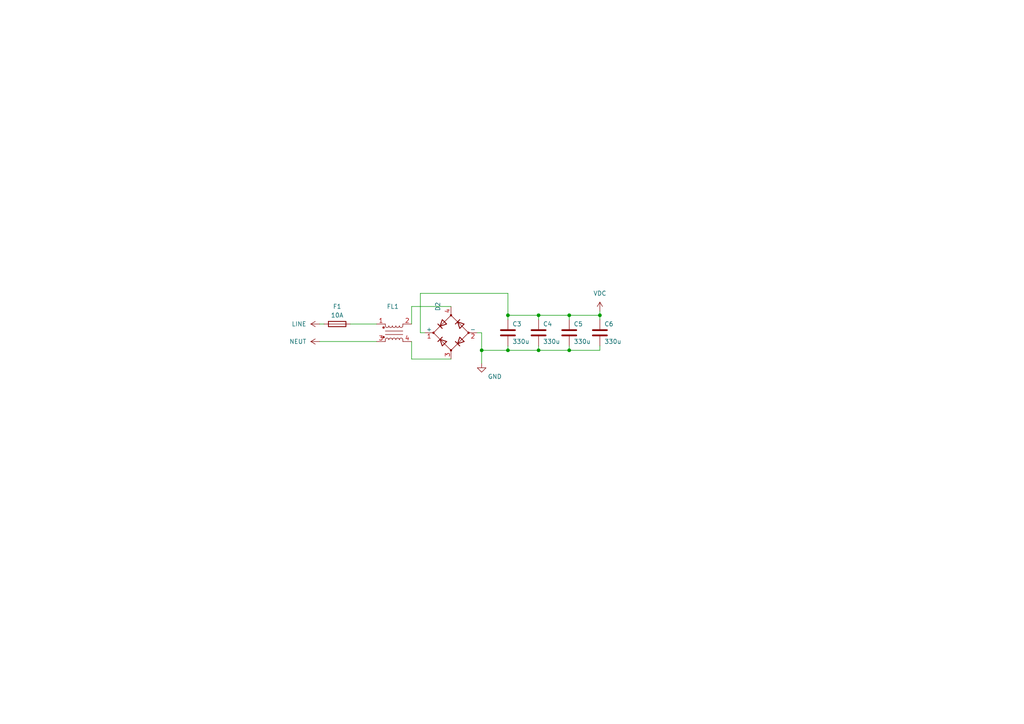
<source format=kicad_sch>
(kicad_sch (version 20230121) (generator eeschema)
  (paper "A4")
  (lib_symbols
    (symbol "Device:C" (pin_numbers hide) (pin_names (offset 0.254))
      (property "Reference" "C" (at 0.635 2.54 0))
      (property "Value" "C" (at 0.635 -2.54 0))
      (symbol "C_0_1"
        (polyline (pts (xy -2.032 -0.762) (xy 2.032 -0.762)) (stroke (width 0.508)))
        (polyline (pts (xy -2.032 0.762) (xy 2.032 0.762)) (stroke (width 0.508)))
      )
      (symbol "C_1_1"
        (pin passive line (at 0 3.81 270) (length 2.794) (name "~") (number "1"))
        (pin passive line (at 0 -3.81 90) (length 2.794) (name "~") (number "2"))
      )
    )
    (symbol "Device:D_Bridge_+-AA" (pin_names (offset 0))
      (property "Reference" "D" (at 2.54 6.985 0))
      (property "Value" "D_Bridge_+-AA" (at 2.54 5.08 0))
      (symbol "D_Bridge_+-AA_0_1"
        (circle (center -5.08 0) (radius 0.254) (fill (type outline)))
        (circle (center 0 -5.08) (radius 0.254) (fill (type outline)))
        (polyline (pts (xy -2.54 3.81) (xy -1.27 2.54)) (stroke (width 0.254)))
        (polyline (pts (xy -1.27 -2.54) (xy -2.54 -3.81)) (stroke (width 0.254)))
        (polyline (pts (xy 2.54 -1.27) (xy 3.81 -2.54)) (stroke (width 0.254)))
        (polyline (pts (xy 2.54 1.27) (xy 3.81 2.54)) (stroke (width 0.254)))
        (polyline (pts (xy -3.81 2.54) (xy -2.54 1.27) (xy -1.905 3.175) (xy -3.81 2.54)) (stroke (width 0.254)))
        (polyline (pts (xy -2.54 -1.27) (xy -3.81 -2.54) (xy -1.905 -3.175) (xy -2.54 -1.27)) (stroke (width 0.254)))
        (polyline (pts (xy 1.27 2.54) (xy 2.54 3.81) (xy 3.175 1.905) (xy 1.27 2.54)) (stroke (width 0.254)))
        (polyline (pts (xy 3.175 -1.905) (xy 1.27 -2.54) (xy 2.54 -3.81) (xy 3.175 -1.905)) (stroke (width 0.254)))
        (polyline (pts (xy -5.08 0) (xy 0 -5.08) (xy 5.08 0) (xy 0 5.08) (xy -5.08 0)))
        (circle (center 0 5.08) (radius 0.254) (fill (type outline)))
        (circle (center 5.08 0) (radius 0.254) (fill (type outline)))
      )
      (symbol "D_Bridge_+-AA_1_1"
        (pin passive line (at 7.62 0 180) (length 2.54) (name "+") (number "1"))
        (pin passive line (at -7.62 0 0) (length 2.54) (name "-") (number "2"))
        (pin passive line (at 0 7.62 270) (length 2.54) (name "~") (number "3"))
        (pin passive line (at 0 -7.62 90) (length 2.54) (name "~") (number "4"))
      )
    )
    (symbol "Device:Filter_EMI_CommonMode" (pin_names (offset 0.254) hide)
      (property "Reference" "FL" (at 0 4.445 0))
      (property "Value" "Filter_EMI_CommonMode" (at 0 -4.445 0))
      (symbol "Filter_EMI_CommonMode_0_1"
        (circle (center -3.048 -1.27) (radius 0.254) (fill (type outline)))
        (circle (center -3.048 1.524) (radius 0.254) (fill (type outline)))
        (arc (start -2.54 2.032) (mid -2.032 1.5262) (end -1.524 2.032))
        (arc (start -1.524 -2.032) (mid -2.032 -1.5262) (end -2.54 -2.032))
        (arc (start -1.524 2.032) (mid -1.016 1.5262) (end -0.508 2.032))
        (arc (start -0.508 -2.032) (mid -1.016 -1.5262) (end -1.524 -2.032))
        (arc (start -0.508 2.032) (mid 0 1.5262) (end 0.508 2.032))
        (polyline (pts (xy -2.54 -2.032) (xy -2.54 -2.54)))
        (polyline (pts (xy -2.54 0.508) (xy 2.54 0.508)))
        (polyline (pts (xy -2.54 2.032) (xy -2.54 2.54)))
        (polyline (pts (xy 2.54 -2.032) (xy 2.54 -2.54)))
        (polyline (pts (xy 2.54 -0.508) (xy -2.54 -0.508)))
        (polyline (pts (xy 2.54 2.54) (xy 2.54 2.032)))
        (arc (start 0.508 -2.032) (mid 0 -1.5262) (end -0.508 -2.032))
        (arc (start 0.508 2.032) (mid 1.016 1.5262) (end 1.524 2.032))
        (arc (start 1.524 -2.032) (mid 1.016 -1.5262) (end 0.508 -2.032))
        (arc (start 1.524 2.032) (mid 2.032 1.5262) (end 2.54 2.032))
        (arc (start 2.54 -2.032) (mid 2.032 -1.5262) (end 1.524 -2.032))
      )
      (symbol "Filter_EMI_CommonMode_1_1"
        (pin passive line (at -5.08 2.54 0) (length 2.54) (name "1") (number "1"))
        (pin passive line (at 5.08 2.54 180) (length 2.54) (name "2") (number "2"))
        (pin passive line (at -5.08 -2.54 0) (length 2.54) (name "3") (number "3"))
        (pin passive line (at 5.08 -2.54 180) (length 2.54) (name "4") (number "4"))
      )
    )
    (symbol "Device:Fuse" (pin_numbers hide) (pin_names (offset 0))
      (property "Reference" "F" (at 2.032 0 90))
      (property "Value" "Fuse" (at -1.905 0 90))
      (symbol "Fuse_0_1"
        (rectangle (start -0.762 -2.54) (end 0.762 2.54) (stroke (width 0.254)))
        (polyline (pts (xy 0 2.54) (xy 0 -2.54)))
      )
      (symbol "Fuse_1_1"
        (pin passive line (at 0 3.81 270) (length 1.27) (name "~") (number "1"))
        (pin passive line (at 0 -3.81 90) (length 1.27) (name "~") (number "2"))
      )
    )
    (symbol "power:GND" (power) (pin_names (offset 0))
      (property "Value" "GND" (at 0 -3.81 0))
      (symbol "GND_0_1"
        (polyline (pts (xy 0 0) (xy 0 -1.27) (xy 1.27 -1.27) (xy 0 -2.54) (xy -1.27 -1.27) (xy 0 -1.27)))
      )
      (symbol "GND_1_1"
        (pin power_in line (at 0 0 270) (length 0) hide (name "GND") (number "1"))
      )
    )
    (symbol "power:LINE" (power) (pin_names (offset 0))
      (property "Value" "LINE" (at 0 3.81 0))
      (symbol "LINE_0_1"
        (polyline (pts (xy -0.762 1.27) (xy 0 2.54)))
        (polyline (pts (xy 0 0) (xy 0 2.54)))
        (polyline (pts (xy 0 2.54) (xy 0.762 1.27)))
      )
      (symbol "LINE_1_1"
        (pin power_in line (at 0 0 90) (length 0) hide (name "LINE") (number "1"))
      )
    )
    (symbol "power:NEUT" (power) (pin_names (offset 0))
      (property "Value" "NEUT" (at 0 3.81 0))
      (symbol "NEUT_0_1"
        (polyline (pts (xy -0.762 1.27) (xy 0 2.54)))
        (polyline (pts (xy 0 0) (xy 0 2.54)))
        (polyline (pts (xy 0 2.54) (xy 0.762 1.27)))
      )
      (symbol "NEUT_1_1"
        (pin power_in line (at 0 0 90) (length 0) hide (name "NEUT") (number "1"))
      )
    )
    (symbol "power:VDC" (power) (pin_names (offset 0))
      (property "Value" "VDC" (at 0 6.35 0))
      (symbol "VDC_0_1"
        (polyline (pts (xy -0.762 1.27) (xy 0 2.54)))
        (polyline (pts (xy 0 0) (xy 0 2.54)))
        (polyline (pts (xy 0 2.54) (xy 0.762 1.27)))
      )
      (symbol "VDC_1_1"
        (pin power_in line (at 0 0 90) (length 0) hide (name "VDC") (number "1"))
      )
    )
  )
  (junction (at 156.21 91.44))
  (junction (at 165.1 91.44))
  (junction (at 156.21 101.6))
  (junction (at 147.32 101.6))
  (junction (at 139.7 101.6))
  (junction (at 165.1 101.6))
  (junction (at 173.99 91.44))
  (junction (at 147.32 91.44))
  (wire (pts (xy 101.6 93.98) (xy 109.22 93.98)))
  (wire (pts (xy 156.21 91.44) (xy 165.1 91.44)))
  (wire (pts (xy 139.7 96.52) (xy 139.7 101.6)))
  (wire (pts (xy 147.32 92.71) (xy 147.32 91.44)))
  (wire (pts (xy 156.21 101.6) (xy 165.1 101.6)))
  (wire (pts (xy 147.32 101.6) (xy 156.21 101.6)))
  (wire (pts (xy 121.92 85.09) (xy 121.92 96.52)))
  (wire (pts (xy 165.1 91.44) (xy 173.99 91.44)))
  (wire (pts (xy 165.1 101.6) (xy 165.1 100.33)))
  (wire (pts (xy 92.71 99.06) (xy 109.22 99.06)))
  (wire (pts (xy 165.1 91.44) (xy 165.1 92.71)))
  (wire (pts (xy 138.43 96.52) (xy 139.7 96.52)))
  (wire (pts (xy 156.21 101.6) (xy 156.21 100.33)))
  (wire (pts (xy 147.32 91.44) (xy 156.21 91.44)))
  (wire (pts (xy 119.38 88.9) (xy 119.38 93.98)))
  (wire (pts (xy 139.7 101.6) (xy 139.7 105.41)))
  (wire (pts (xy 147.32 91.44) (xy 147.32 85.09)))
  (wire (pts (xy 165.1 101.6) (xy 173.99 101.6)))
  (wire (pts (xy 147.32 101.6) (xy 147.32 100.33)))
  (wire (pts (xy 92.71 93.98) (xy 93.98 93.98)))
  (wire (pts (xy 139.7 101.6) (xy 147.32 101.6)))
  (wire (pts (xy 130.81 104.14) (xy 119.38 104.14)))
  (wire (pts (xy 173.99 91.44) (xy 173.99 92.71)))
  (wire (pts (xy 173.99 90.17) (xy 173.99 91.44)))
  (wire (pts (xy 121.92 96.52) (xy 123.19 96.52)))
  (wire (pts (xy 119.38 104.14) (xy 119.38 99.06)))
  (wire (pts (xy 130.81 88.9) (xy 119.38 88.9)))
  (wire (pts (xy 121.92 85.09) (xy 147.32 85.09)))
  (wire (pts (xy 156.21 91.44) (xy 156.21 92.71)))
  (wire (pts (xy 173.99 101.6) (xy 173.99 100.33)))
  (symbol (lib_id "Device:D_Bridge_+-AA") (at 130.81 96.52 180) (unit 1)
    (property "Reference" "D2" (at 127 88.9 90))
    (property "Value" "D_Bridge_+-AA" (effects hide))
    (property "Footprint" "Diode_THT:Diode_Bridge_Vishay_KBPC6" (effects hide))
  )
  (symbol (lib_id "Device:Fuse") (at 97.79 93.98 90) (unit 1)
    (property "Reference" "F1" (at 97.79 88.9 90))
    (property "Value" "10A" (at 97.79 91.44 90))
  )
  (symbol (lib_id "Device:C") (at 147.32 96.52 0) (unit 1)
    (property "Reference" "C3" (at 148.59 93.98 0) (effects (justify left)))
    (property "Value" "330u" (at 148.59 99.06 0) (effects (justify left)))
    (property "Footprint" "Capacitor_THT:C_Radial_D8.0mm_H11.5mm_P3.50mm" (effects hide))
  )
  (symbol (lib_id "Device:C") (at 165.1 96.52 0) (unit 1)
    (property "Reference" "C5" (at 166.37 93.98 0) (effects (justify left)))
    (property "Value" "330u" (at 166.37 99.06 0) (effects (justify left)))
    (property "Footprint" "Capacitor_THT:C_Radial_D8.0mm_H11.5mm_P3.50mm" (effects hide))
  )
  (symbol (lib_id "Device:C") (at 156.21 96.52 0) (unit 1)
    (property "Reference" "C4" (at 157.48 93.98 0) (effects (justify left)))
    (property "Value" "330u" (at 157.48 99.06 0) (effects (justify left)))
    (property "Footprint" "Capacitor_THT:C_Radial_D8.0mm_H11.5mm_P3.50mm" (effects hide))
  )
  (symbol (lib_id "power:VDC") (at 173.99 90.17 0) (unit 1)
    (property "Reference" "#PWR05" (effects hide))
    (property "Value" "VDC" (at 173.99 85.09 0))
  )
  (symbol (lib_id "power:GND") (at 139.7 105.41 0) (unit 1)
    (property "Reference" "#PWR04" (effects hide))
    (property "Value" "GND" (at 143.51 109.22 0))
  )
  (symbol (lib_id "Device:C") (at 173.99 96.52 0) (unit 1)
    (property "Reference" "C6" (at 175.26 93.98 0) (effects (justify left)))
    (property "Value" "330u" (at 175.26 99.06 0) (effects (justify left)))
    (property "Footprint" "Capacitor_THT:C_Radial_D8.0mm_H11.5mm_P3.50mm" (effects hide))
  )
  (symbol (lib_id "power:LINE") (at 92.71 93.98 90) (unit 1)
    (property "Reference" "#PWR02" (effects hide))
    (property "Value" "LINE" (at 88.9 93.98 90) (effects (justify left)))
  )
  (symbol (lib_id "power:NEUT") (at 92.71 99.06 90) (unit 1)
    (property "Reference" "#PWR03" (effects hide))
    (property "Value" "NEUT" (at 88.9 99.06 90) (effects (justify left)))
  )
  (symbol (lib_id "Device:Filter_EMI_CommonMode") (at 114.3 96.52 0) (unit 1)
    (property "Reference" "FL1" (at 113.919 88.9 0))
    (property "Value" "Filter_EMI_CommonMode" (effects hide))
    (property "Footprint" "Inductor_THT:L_CommonMode_PulseElectronics_PH9455x155NL_1" (effects hide))
  )
)
</source>
